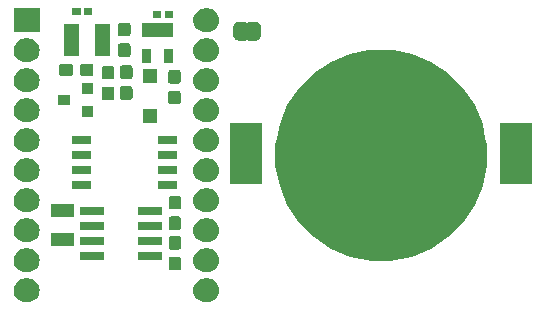
<source format=gbr>
G04 #@! TF.GenerationSoftware,KiCad,Pcbnew,(5.1.5)-3*
G04 #@! TF.CreationDate,2020-05-14T10:30:24-04:00*
G04 #@! TF.ProjectId,ble_mvp_1A-rev2,626c655f-6d76-4705-9f31-412d72657632,rev?*
G04 #@! TF.SameCoordinates,Original*
G04 #@! TF.FileFunction,Soldermask,Top*
G04 #@! TF.FilePolarity,Negative*
%FSLAX46Y46*%
G04 Gerber Fmt 4.6, Leading zero omitted, Abs format (unit mm)*
G04 Created by KiCad (PCBNEW (5.1.5)-3) date 2020-05-14 10:30:24*
%MOMM*%
%LPD*%
G04 APERTURE LIST*
%ADD10C,0.100000*%
G04 APERTURE END LIST*
D10*
G36*
X127093028Y-101007183D02*
G01*
X127281722Y-101064423D01*
X127455615Y-101157371D01*
X127608039Y-101282461D01*
X127733129Y-101434885D01*
X127826077Y-101608778D01*
X127883317Y-101797472D01*
X127902643Y-101993700D01*
X127883317Y-102189928D01*
X127826077Y-102378622D01*
X127733129Y-102552515D01*
X127608039Y-102704939D01*
X127455615Y-102830029D01*
X127281722Y-102922977D01*
X127093028Y-102980217D01*
X126945975Y-102994700D01*
X126647625Y-102994700D01*
X126500572Y-102980217D01*
X126311878Y-102922977D01*
X126137985Y-102830029D01*
X125985561Y-102704939D01*
X125860471Y-102552515D01*
X125767523Y-102378622D01*
X125710283Y-102189928D01*
X125690957Y-101993700D01*
X125710283Y-101797472D01*
X125767523Y-101608778D01*
X125860471Y-101434885D01*
X125985561Y-101282461D01*
X126137985Y-101157371D01*
X126311878Y-101064423D01*
X126500572Y-101007183D01*
X126647625Y-100992700D01*
X126945975Y-100992700D01*
X127093028Y-101007183D01*
G37*
G36*
X142303028Y-101007183D02*
G01*
X142491722Y-101064423D01*
X142665615Y-101157371D01*
X142818039Y-101282461D01*
X142943129Y-101434885D01*
X143036077Y-101608778D01*
X143093317Y-101797472D01*
X143112643Y-101993700D01*
X143093317Y-102189928D01*
X143036077Y-102378622D01*
X142943129Y-102552515D01*
X142818039Y-102704939D01*
X142665615Y-102830029D01*
X142491722Y-102922977D01*
X142303028Y-102980217D01*
X142155975Y-102994700D01*
X141857625Y-102994700D01*
X141710572Y-102980217D01*
X141521878Y-102922977D01*
X141347985Y-102830029D01*
X141195561Y-102704939D01*
X141070471Y-102552515D01*
X140977523Y-102378622D01*
X140920283Y-102189928D01*
X140900957Y-101993700D01*
X140920283Y-101797472D01*
X140977523Y-101608778D01*
X141070471Y-101434885D01*
X141195561Y-101282461D01*
X141347985Y-101157371D01*
X141521878Y-101064423D01*
X141710572Y-101007183D01*
X141857625Y-100992700D01*
X142155975Y-100992700D01*
X142303028Y-101007183D01*
G37*
G36*
X127093028Y-98467183D02*
G01*
X127183844Y-98494732D01*
X127262385Y-98518557D01*
X127281722Y-98524423D01*
X127455615Y-98617371D01*
X127608039Y-98742461D01*
X127733129Y-98894885D01*
X127826077Y-99068778D01*
X127883317Y-99257472D01*
X127902643Y-99453700D01*
X127883317Y-99649928D01*
X127826077Y-99838622D01*
X127733129Y-100012515D01*
X127608039Y-100164939D01*
X127455615Y-100290029D01*
X127281722Y-100382977D01*
X127093028Y-100440217D01*
X126945975Y-100454700D01*
X126647625Y-100454700D01*
X126500572Y-100440217D01*
X126311878Y-100382977D01*
X126137985Y-100290029D01*
X125985561Y-100164939D01*
X125860471Y-100012515D01*
X125767523Y-99838622D01*
X125710283Y-99649928D01*
X125690957Y-99453700D01*
X125710283Y-99257472D01*
X125767523Y-99068778D01*
X125860471Y-98894885D01*
X125985561Y-98742461D01*
X126137985Y-98617371D01*
X126311878Y-98524423D01*
X126331216Y-98518557D01*
X126409756Y-98494732D01*
X126500572Y-98467183D01*
X126647625Y-98452700D01*
X126945975Y-98452700D01*
X127093028Y-98467183D01*
G37*
G36*
X142303028Y-98467183D02*
G01*
X142393844Y-98494732D01*
X142472385Y-98518557D01*
X142491722Y-98524423D01*
X142665615Y-98617371D01*
X142818039Y-98742461D01*
X142943129Y-98894885D01*
X143036077Y-99068778D01*
X143093317Y-99257472D01*
X143112643Y-99453700D01*
X143093317Y-99649928D01*
X143036077Y-99838622D01*
X142943129Y-100012515D01*
X142818039Y-100164939D01*
X142665615Y-100290029D01*
X142491722Y-100382977D01*
X142303028Y-100440217D01*
X142155975Y-100454700D01*
X141857625Y-100454700D01*
X141710572Y-100440217D01*
X141521878Y-100382977D01*
X141347985Y-100290029D01*
X141195561Y-100164939D01*
X141070471Y-100012515D01*
X140977523Y-99838622D01*
X140920283Y-99649928D01*
X140900957Y-99453700D01*
X140920283Y-99257472D01*
X140977523Y-99068778D01*
X141070471Y-98894885D01*
X141195561Y-98742461D01*
X141347985Y-98617371D01*
X141521878Y-98524423D01*
X141541216Y-98518557D01*
X141619756Y-98494732D01*
X141710572Y-98467183D01*
X141857625Y-98452700D01*
X142155975Y-98452700D01*
X142303028Y-98467183D01*
G37*
G36*
X139698739Y-99165325D02*
G01*
X139736235Y-99176700D01*
X139770794Y-99195172D01*
X139801087Y-99220033D01*
X139825948Y-99250326D01*
X139844420Y-99284885D01*
X139855795Y-99322381D01*
X139860240Y-99367518D01*
X139860240Y-100106242D01*
X139855795Y-100151379D01*
X139844420Y-100188875D01*
X139825948Y-100223434D01*
X139801087Y-100253727D01*
X139770794Y-100278588D01*
X139736235Y-100297060D01*
X139698739Y-100308435D01*
X139653602Y-100312880D01*
X139014878Y-100312880D01*
X138969741Y-100308435D01*
X138932245Y-100297060D01*
X138897686Y-100278588D01*
X138867393Y-100253727D01*
X138842532Y-100223434D01*
X138824060Y-100188875D01*
X138812685Y-100151379D01*
X138808240Y-100106242D01*
X138808240Y-99367518D01*
X138812685Y-99322381D01*
X138824060Y-99284885D01*
X138842532Y-99250326D01*
X138867393Y-99220033D01*
X138897686Y-99195172D01*
X138932245Y-99176700D01*
X138969741Y-99165325D01*
X139014878Y-99160880D01*
X139653602Y-99160880D01*
X139698739Y-99165325D01*
G37*
G36*
X157900160Y-81673123D02*
G01*
X159412354Y-81973917D01*
X161039512Y-82647908D01*
X162503915Y-83626392D01*
X163749288Y-84871765D01*
X164727772Y-86336168D01*
X165401763Y-87963326D01*
X165627358Y-89097472D01*
X165742956Y-89678619D01*
X165745360Y-89690708D01*
X165745360Y-91451932D01*
X165401763Y-93179314D01*
X164727772Y-94806472D01*
X163749288Y-96270875D01*
X162503915Y-97516248D01*
X161039512Y-98494732D01*
X159412354Y-99168723D01*
X158015570Y-99446560D01*
X157684973Y-99512320D01*
X155923747Y-99512320D01*
X155593150Y-99446560D01*
X154196366Y-99168723D01*
X152569208Y-98494732D01*
X151104805Y-97516248D01*
X149859432Y-96270875D01*
X148880948Y-94806472D01*
X148206957Y-93179314D01*
X147863360Y-91451932D01*
X147863360Y-89690708D01*
X147865765Y-89678619D01*
X147981362Y-89097472D01*
X148206957Y-87963326D01*
X148880948Y-86336168D01*
X149859432Y-84871765D01*
X151104805Y-83626392D01*
X152569208Y-82647908D01*
X154196366Y-81973917D01*
X155708560Y-81673123D01*
X155923747Y-81630320D01*
X157684973Y-81630320D01*
X157900160Y-81673123D01*
G37*
G36*
X133247568Y-98747324D02*
G01*
X133268649Y-98753720D01*
X133288085Y-98764108D01*
X133305116Y-98778084D01*
X133319092Y-98795115D01*
X133329480Y-98814551D01*
X133335876Y-98835632D01*
X133338640Y-98863700D01*
X133338640Y-99327420D01*
X133335876Y-99355488D01*
X133329480Y-99376569D01*
X133319092Y-99396005D01*
X133305116Y-99413036D01*
X133288085Y-99427012D01*
X133268649Y-99437400D01*
X133247568Y-99443796D01*
X133219500Y-99446560D01*
X131405780Y-99446560D01*
X131377712Y-99443796D01*
X131356631Y-99437400D01*
X131337195Y-99427012D01*
X131320164Y-99413036D01*
X131306188Y-99396005D01*
X131295800Y-99376569D01*
X131289404Y-99355488D01*
X131286640Y-99327420D01*
X131286640Y-98863700D01*
X131289404Y-98835632D01*
X131295800Y-98814551D01*
X131306188Y-98795115D01*
X131320164Y-98778084D01*
X131337195Y-98764108D01*
X131356631Y-98753720D01*
X131377712Y-98747324D01*
X131405780Y-98744560D01*
X133219500Y-98744560D01*
X133247568Y-98747324D01*
G37*
G36*
X138197568Y-98747324D02*
G01*
X138218649Y-98753720D01*
X138238085Y-98764108D01*
X138255116Y-98778084D01*
X138269092Y-98795115D01*
X138279480Y-98814551D01*
X138285876Y-98835632D01*
X138288640Y-98863700D01*
X138288640Y-99327420D01*
X138285876Y-99355488D01*
X138279480Y-99376569D01*
X138269092Y-99396005D01*
X138255116Y-99413036D01*
X138238085Y-99427012D01*
X138218649Y-99437400D01*
X138197568Y-99443796D01*
X138169500Y-99446560D01*
X136355780Y-99446560D01*
X136327712Y-99443796D01*
X136306631Y-99437400D01*
X136287195Y-99427012D01*
X136270164Y-99413036D01*
X136256188Y-99396005D01*
X136245800Y-99376569D01*
X136239404Y-99355488D01*
X136236640Y-99327420D01*
X136236640Y-98863700D01*
X136239404Y-98835632D01*
X136245800Y-98814551D01*
X136256188Y-98795115D01*
X136270164Y-98778084D01*
X136287195Y-98764108D01*
X136306631Y-98753720D01*
X136327712Y-98747324D01*
X136355780Y-98744560D01*
X138169500Y-98744560D01*
X138197568Y-98747324D01*
G37*
G36*
X139698739Y-97415325D02*
G01*
X139736235Y-97426700D01*
X139770794Y-97445172D01*
X139801087Y-97470033D01*
X139825948Y-97500326D01*
X139844420Y-97534885D01*
X139855795Y-97572381D01*
X139860240Y-97617518D01*
X139860240Y-98356242D01*
X139855795Y-98401379D01*
X139844420Y-98438875D01*
X139825948Y-98473434D01*
X139801087Y-98503727D01*
X139770794Y-98528588D01*
X139736235Y-98547060D01*
X139698739Y-98558435D01*
X139653602Y-98562880D01*
X139014878Y-98562880D01*
X138969741Y-98558435D01*
X138932245Y-98547060D01*
X138897686Y-98528588D01*
X138867393Y-98503727D01*
X138842532Y-98473434D01*
X138824060Y-98438875D01*
X138812685Y-98401379D01*
X138808240Y-98356242D01*
X138808240Y-97617518D01*
X138812685Y-97572381D01*
X138824060Y-97534885D01*
X138842532Y-97500326D01*
X138867393Y-97470033D01*
X138897686Y-97445172D01*
X138932245Y-97426700D01*
X138969741Y-97415325D01*
X139014878Y-97410880D01*
X139653602Y-97410880D01*
X139698739Y-97415325D01*
G37*
G36*
X130775480Y-98280360D02*
G01*
X128873480Y-98280360D01*
X128873480Y-97178360D01*
X130775480Y-97178360D01*
X130775480Y-98280360D01*
G37*
G36*
X138197568Y-97477324D02*
G01*
X138218649Y-97483720D01*
X138238085Y-97494108D01*
X138255116Y-97508084D01*
X138269092Y-97525115D01*
X138279480Y-97544551D01*
X138285876Y-97565632D01*
X138288640Y-97593700D01*
X138288640Y-98057420D01*
X138285876Y-98085488D01*
X138279480Y-98106569D01*
X138269092Y-98126005D01*
X138255116Y-98143036D01*
X138238085Y-98157012D01*
X138218649Y-98167400D01*
X138197568Y-98173796D01*
X138169500Y-98176560D01*
X136355780Y-98176560D01*
X136327712Y-98173796D01*
X136306631Y-98167400D01*
X136287195Y-98157012D01*
X136270164Y-98143036D01*
X136256188Y-98126005D01*
X136245800Y-98106569D01*
X136239404Y-98085488D01*
X136236640Y-98057420D01*
X136236640Y-97593700D01*
X136239404Y-97565632D01*
X136245800Y-97544551D01*
X136256188Y-97525115D01*
X136270164Y-97508084D01*
X136287195Y-97494108D01*
X136306631Y-97483720D01*
X136327712Y-97477324D01*
X136355780Y-97474560D01*
X138169500Y-97474560D01*
X138197568Y-97477324D01*
G37*
G36*
X133247568Y-97477324D02*
G01*
X133268649Y-97483720D01*
X133288085Y-97494108D01*
X133305116Y-97508084D01*
X133319092Y-97525115D01*
X133329480Y-97544551D01*
X133335876Y-97565632D01*
X133338640Y-97593700D01*
X133338640Y-98057420D01*
X133335876Y-98085488D01*
X133329480Y-98106569D01*
X133319092Y-98126005D01*
X133305116Y-98143036D01*
X133288085Y-98157012D01*
X133268649Y-98167400D01*
X133247568Y-98173796D01*
X133219500Y-98176560D01*
X131405780Y-98176560D01*
X131377712Y-98173796D01*
X131356631Y-98167400D01*
X131337195Y-98157012D01*
X131320164Y-98143036D01*
X131306188Y-98126005D01*
X131295800Y-98106569D01*
X131289404Y-98085488D01*
X131286640Y-98057420D01*
X131286640Y-97593700D01*
X131289404Y-97565632D01*
X131295800Y-97544551D01*
X131306188Y-97525115D01*
X131320164Y-97508084D01*
X131337195Y-97494108D01*
X131356631Y-97483720D01*
X131377712Y-97477324D01*
X131405780Y-97474560D01*
X133219500Y-97474560D01*
X133247568Y-97477324D01*
G37*
G36*
X142303028Y-95927183D02*
G01*
X142491722Y-95984423D01*
X142665615Y-96077371D01*
X142818039Y-96202461D01*
X142943129Y-96354885D01*
X143036077Y-96528778D01*
X143093317Y-96717472D01*
X143112643Y-96913700D01*
X143093317Y-97109928D01*
X143036077Y-97298622D01*
X142943129Y-97472515D01*
X142818039Y-97624939D01*
X142665615Y-97750029D01*
X142491722Y-97842977D01*
X142303028Y-97900217D01*
X142155975Y-97914700D01*
X141857625Y-97914700D01*
X141710572Y-97900217D01*
X141521878Y-97842977D01*
X141347985Y-97750029D01*
X141195561Y-97624939D01*
X141070471Y-97472515D01*
X140977523Y-97298622D01*
X140920283Y-97109928D01*
X140900957Y-96913700D01*
X140920283Y-96717472D01*
X140977523Y-96528778D01*
X141070471Y-96354885D01*
X141195561Y-96202461D01*
X141347985Y-96077371D01*
X141521878Y-95984423D01*
X141710572Y-95927183D01*
X141857625Y-95912700D01*
X142155975Y-95912700D01*
X142303028Y-95927183D01*
G37*
G36*
X127093028Y-95927183D02*
G01*
X127281722Y-95984423D01*
X127455615Y-96077371D01*
X127608039Y-96202461D01*
X127733129Y-96354885D01*
X127826077Y-96528778D01*
X127883317Y-96717472D01*
X127902643Y-96913700D01*
X127883317Y-97109928D01*
X127826077Y-97298622D01*
X127733129Y-97472515D01*
X127608039Y-97624939D01*
X127455615Y-97750029D01*
X127281722Y-97842977D01*
X127093028Y-97900217D01*
X126945975Y-97914700D01*
X126647625Y-97914700D01*
X126500572Y-97900217D01*
X126311878Y-97842977D01*
X126137985Y-97750029D01*
X125985561Y-97624939D01*
X125860471Y-97472515D01*
X125767523Y-97298622D01*
X125710283Y-97109928D01*
X125690957Y-96913700D01*
X125710283Y-96717472D01*
X125767523Y-96528778D01*
X125860471Y-96354885D01*
X125985561Y-96202461D01*
X126137985Y-96077371D01*
X126311878Y-95984423D01*
X126500572Y-95927183D01*
X126647625Y-95912700D01*
X126945975Y-95912700D01*
X127093028Y-95927183D01*
G37*
G36*
X133247568Y-96207324D02*
G01*
X133268649Y-96213720D01*
X133288085Y-96224108D01*
X133305116Y-96238084D01*
X133319092Y-96255115D01*
X133329480Y-96274551D01*
X133335876Y-96295632D01*
X133338640Y-96323700D01*
X133338640Y-96787420D01*
X133335876Y-96815488D01*
X133329480Y-96836569D01*
X133319092Y-96856005D01*
X133305116Y-96873036D01*
X133288085Y-96887012D01*
X133268649Y-96897400D01*
X133247568Y-96903796D01*
X133219500Y-96906560D01*
X131405780Y-96906560D01*
X131377712Y-96903796D01*
X131356631Y-96897400D01*
X131337195Y-96887012D01*
X131320164Y-96873036D01*
X131306188Y-96856005D01*
X131295800Y-96836569D01*
X131289404Y-96815488D01*
X131286640Y-96787420D01*
X131286640Y-96323700D01*
X131289404Y-96295632D01*
X131295800Y-96274551D01*
X131306188Y-96255115D01*
X131320164Y-96238084D01*
X131337195Y-96224108D01*
X131356631Y-96213720D01*
X131377712Y-96207324D01*
X131405780Y-96204560D01*
X133219500Y-96204560D01*
X133247568Y-96207324D01*
G37*
G36*
X138197568Y-96207324D02*
G01*
X138218649Y-96213720D01*
X138238085Y-96224108D01*
X138255116Y-96238084D01*
X138269092Y-96255115D01*
X138279480Y-96274551D01*
X138285876Y-96295632D01*
X138288640Y-96323700D01*
X138288640Y-96787420D01*
X138285876Y-96815488D01*
X138279480Y-96836569D01*
X138269092Y-96856005D01*
X138255116Y-96873036D01*
X138238085Y-96887012D01*
X138218649Y-96897400D01*
X138197568Y-96903796D01*
X138169500Y-96906560D01*
X136355780Y-96906560D01*
X136327712Y-96903796D01*
X136306631Y-96897400D01*
X136287195Y-96887012D01*
X136270164Y-96873036D01*
X136256188Y-96856005D01*
X136245800Y-96836569D01*
X136239404Y-96815488D01*
X136236640Y-96787420D01*
X136236640Y-96323700D01*
X136239404Y-96295632D01*
X136245800Y-96274551D01*
X136256188Y-96255115D01*
X136270164Y-96238084D01*
X136287195Y-96224108D01*
X136306631Y-96213720D01*
X136327712Y-96207324D01*
X136355780Y-96204560D01*
X138169500Y-96204560D01*
X138197568Y-96207324D01*
G37*
G36*
X139713979Y-95756645D02*
G01*
X139751475Y-95768020D01*
X139786034Y-95786492D01*
X139816327Y-95811353D01*
X139841188Y-95841646D01*
X139859660Y-95876205D01*
X139871035Y-95913701D01*
X139875480Y-95958838D01*
X139875480Y-96697562D01*
X139871035Y-96742699D01*
X139859660Y-96780195D01*
X139841188Y-96814754D01*
X139816327Y-96845047D01*
X139786034Y-96869908D01*
X139751475Y-96888380D01*
X139713979Y-96899755D01*
X139668842Y-96904200D01*
X139030118Y-96904200D01*
X138984981Y-96899755D01*
X138947485Y-96888380D01*
X138912926Y-96869908D01*
X138882633Y-96845047D01*
X138857772Y-96814754D01*
X138839300Y-96780195D01*
X138827925Y-96742699D01*
X138823480Y-96697562D01*
X138823480Y-95958838D01*
X138827925Y-95913701D01*
X138839300Y-95876205D01*
X138857772Y-95841646D01*
X138882633Y-95811353D01*
X138912926Y-95786492D01*
X138947485Y-95768020D01*
X138984981Y-95756645D01*
X139030118Y-95752200D01*
X139668842Y-95752200D01*
X139713979Y-95756645D01*
G37*
G36*
X130775480Y-95780360D02*
G01*
X128873480Y-95780360D01*
X128873480Y-94678360D01*
X130775480Y-94678360D01*
X130775480Y-95780360D01*
G37*
G36*
X138197568Y-94937324D02*
G01*
X138218649Y-94943720D01*
X138238085Y-94954108D01*
X138255116Y-94968084D01*
X138269092Y-94985115D01*
X138279480Y-95004551D01*
X138285876Y-95025632D01*
X138288640Y-95053700D01*
X138288640Y-95517420D01*
X138285876Y-95545488D01*
X138279480Y-95566569D01*
X138269092Y-95586005D01*
X138255116Y-95603036D01*
X138238085Y-95617012D01*
X138218649Y-95627400D01*
X138197568Y-95633796D01*
X138169500Y-95636560D01*
X136355780Y-95636560D01*
X136327712Y-95633796D01*
X136306631Y-95627400D01*
X136287195Y-95617012D01*
X136270164Y-95603036D01*
X136256188Y-95586005D01*
X136245800Y-95566569D01*
X136239404Y-95545488D01*
X136236640Y-95517420D01*
X136236640Y-95053700D01*
X136239404Y-95025632D01*
X136245800Y-95004551D01*
X136256188Y-94985115D01*
X136270164Y-94968084D01*
X136287195Y-94954108D01*
X136306631Y-94943720D01*
X136327712Y-94937324D01*
X136355780Y-94934560D01*
X138169500Y-94934560D01*
X138197568Y-94937324D01*
G37*
G36*
X133247568Y-94937324D02*
G01*
X133268649Y-94943720D01*
X133288085Y-94954108D01*
X133305116Y-94968084D01*
X133319092Y-94985115D01*
X133329480Y-95004551D01*
X133335876Y-95025632D01*
X133338640Y-95053700D01*
X133338640Y-95517420D01*
X133335876Y-95545488D01*
X133329480Y-95566569D01*
X133319092Y-95586005D01*
X133305116Y-95603036D01*
X133288085Y-95617012D01*
X133268649Y-95627400D01*
X133247568Y-95633796D01*
X133219500Y-95636560D01*
X131405780Y-95636560D01*
X131377712Y-95633796D01*
X131356631Y-95627400D01*
X131337195Y-95617012D01*
X131320164Y-95603036D01*
X131306188Y-95586005D01*
X131295800Y-95566569D01*
X131289404Y-95545488D01*
X131286640Y-95517420D01*
X131286640Y-95053700D01*
X131289404Y-95025632D01*
X131295800Y-95004551D01*
X131306188Y-94985115D01*
X131320164Y-94968084D01*
X131337195Y-94954108D01*
X131356631Y-94943720D01*
X131377712Y-94937324D01*
X131405780Y-94934560D01*
X133219500Y-94934560D01*
X133247568Y-94937324D01*
G37*
G36*
X127093028Y-93387183D02*
G01*
X127281722Y-93444423D01*
X127455615Y-93537371D01*
X127608039Y-93662461D01*
X127733129Y-93814885D01*
X127826077Y-93988778D01*
X127883317Y-94177472D01*
X127902643Y-94373700D01*
X127883317Y-94569928D01*
X127826077Y-94758622D01*
X127733129Y-94932515D01*
X127608039Y-95084939D01*
X127455615Y-95210029D01*
X127281722Y-95302977D01*
X127093028Y-95360217D01*
X126945975Y-95374700D01*
X126647625Y-95374700D01*
X126500572Y-95360217D01*
X126311878Y-95302977D01*
X126137985Y-95210029D01*
X125985561Y-95084939D01*
X125860471Y-94932515D01*
X125767523Y-94758622D01*
X125710283Y-94569928D01*
X125690957Y-94373700D01*
X125710283Y-94177472D01*
X125767523Y-93988778D01*
X125860471Y-93814885D01*
X125985561Y-93662461D01*
X126137985Y-93537371D01*
X126311878Y-93444423D01*
X126500572Y-93387183D01*
X126647625Y-93372700D01*
X126945975Y-93372700D01*
X127093028Y-93387183D01*
G37*
G36*
X142303028Y-93387183D02*
G01*
X142491722Y-93444423D01*
X142665615Y-93537371D01*
X142818039Y-93662461D01*
X142943129Y-93814885D01*
X143036077Y-93988778D01*
X143093317Y-94177472D01*
X143112643Y-94373700D01*
X143093317Y-94569928D01*
X143036077Y-94758622D01*
X142943129Y-94932515D01*
X142818039Y-95084939D01*
X142665615Y-95210029D01*
X142491722Y-95302977D01*
X142303028Y-95360217D01*
X142155975Y-95374700D01*
X141857625Y-95374700D01*
X141710572Y-95360217D01*
X141521878Y-95302977D01*
X141347985Y-95210029D01*
X141195561Y-95084939D01*
X141070471Y-94932515D01*
X140977523Y-94758622D01*
X140920283Y-94569928D01*
X140900957Y-94373700D01*
X140920283Y-94177472D01*
X140977523Y-93988778D01*
X141070471Y-93814885D01*
X141195561Y-93662461D01*
X141347985Y-93537371D01*
X141521878Y-93444423D01*
X141710572Y-93387183D01*
X141857625Y-93372700D01*
X142155975Y-93372700D01*
X142303028Y-93387183D01*
G37*
G36*
X139713979Y-94006645D02*
G01*
X139751475Y-94018020D01*
X139786034Y-94036492D01*
X139816327Y-94061353D01*
X139841188Y-94091646D01*
X139859660Y-94126205D01*
X139871035Y-94163701D01*
X139875480Y-94208838D01*
X139875480Y-94947562D01*
X139871035Y-94992699D01*
X139859660Y-95030195D01*
X139841188Y-95064754D01*
X139816327Y-95095047D01*
X139786034Y-95119908D01*
X139751475Y-95138380D01*
X139713979Y-95149755D01*
X139668842Y-95154200D01*
X139030118Y-95154200D01*
X138984981Y-95149755D01*
X138947485Y-95138380D01*
X138912926Y-95119908D01*
X138882633Y-95095047D01*
X138857772Y-95064754D01*
X138839300Y-95030195D01*
X138827925Y-94992699D01*
X138823480Y-94947562D01*
X138823480Y-94208838D01*
X138827925Y-94163701D01*
X138839300Y-94126205D01*
X138857772Y-94091646D01*
X138882633Y-94061353D01*
X138912926Y-94036492D01*
X138947485Y-94018020D01*
X138984981Y-94006645D01*
X139030118Y-94002200D01*
X139668842Y-94002200D01*
X139713979Y-94006645D01*
G37*
G36*
X132255460Y-93451120D02*
G01*
X130629460Y-93451120D01*
X130629460Y-92790320D01*
X132255460Y-92790320D01*
X132255460Y-93451120D01*
G37*
G36*
X139545260Y-93451120D02*
G01*
X137919260Y-93451120D01*
X137919260Y-92790320D01*
X139545260Y-92790320D01*
X139545260Y-93451120D01*
G37*
G36*
X146695360Y-93035320D02*
G01*
X144053360Y-93035320D01*
X144053360Y-87853320D01*
X146695360Y-87853320D01*
X146695360Y-93035320D01*
G37*
G36*
X169555360Y-93035320D02*
G01*
X166913360Y-93035320D01*
X166913360Y-87853320D01*
X169555360Y-87853320D01*
X169555360Y-93035320D01*
G37*
G36*
X142303028Y-90847183D02*
G01*
X142491722Y-90904423D01*
X142665615Y-90997371D01*
X142818039Y-91122461D01*
X142943129Y-91274885D01*
X143036077Y-91448778D01*
X143093317Y-91637472D01*
X143112643Y-91833700D01*
X143093317Y-92029928D01*
X143036077Y-92218622D01*
X142943129Y-92392515D01*
X142818039Y-92544939D01*
X142665615Y-92670029D01*
X142491722Y-92762977D01*
X142303028Y-92820217D01*
X142155975Y-92834700D01*
X141857625Y-92834700D01*
X141710572Y-92820217D01*
X141521878Y-92762977D01*
X141347985Y-92670029D01*
X141195561Y-92544939D01*
X141070471Y-92392515D01*
X140977523Y-92218622D01*
X140920283Y-92029928D01*
X140900957Y-91833700D01*
X140920283Y-91637472D01*
X140977523Y-91448778D01*
X141070471Y-91274885D01*
X141195561Y-91122461D01*
X141347985Y-90997371D01*
X141521878Y-90904423D01*
X141710572Y-90847183D01*
X141857625Y-90832700D01*
X142155975Y-90832700D01*
X142303028Y-90847183D01*
G37*
G36*
X127093028Y-90847183D02*
G01*
X127281722Y-90904423D01*
X127455615Y-90997371D01*
X127608039Y-91122461D01*
X127733129Y-91274885D01*
X127826077Y-91448778D01*
X127883317Y-91637472D01*
X127902643Y-91833700D01*
X127883317Y-92029928D01*
X127826077Y-92218622D01*
X127733129Y-92392515D01*
X127608039Y-92544939D01*
X127455615Y-92670029D01*
X127281722Y-92762977D01*
X127093028Y-92820217D01*
X126945975Y-92834700D01*
X126647625Y-92834700D01*
X126500572Y-92820217D01*
X126311878Y-92762977D01*
X126137985Y-92670029D01*
X125985561Y-92544939D01*
X125860471Y-92392515D01*
X125767523Y-92218622D01*
X125710283Y-92029928D01*
X125690957Y-91833700D01*
X125710283Y-91637472D01*
X125767523Y-91448778D01*
X125860471Y-91274885D01*
X125985561Y-91122461D01*
X126137985Y-90997371D01*
X126311878Y-90904423D01*
X126500572Y-90847183D01*
X126647625Y-90832700D01*
X126945975Y-90832700D01*
X127093028Y-90847183D01*
G37*
G36*
X132255460Y-92181120D02*
G01*
X130629460Y-92181120D01*
X130629460Y-91520320D01*
X132255460Y-91520320D01*
X132255460Y-92181120D01*
G37*
G36*
X139545260Y-92181120D02*
G01*
X137919260Y-92181120D01*
X137919260Y-91520320D01*
X139545260Y-91520320D01*
X139545260Y-92181120D01*
G37*
G36*
X132255460Y-90911120D02*
G01*
X130629460Y-90911120D01*
X130629460Y-90250320D01*
X132255460Y-90250320D01*
X132255460Y-90911120D01*
G37*
G36*
X139545260Y-90911120D02*
G01*
X137919260Y-90911120D01*
X137919260Y-90250320D01*
X139545260Y-90250320D01*
X139545260Y-90911120D01*
G37*
G36*
X142303028Y-88307183D02*
G01*
X142491722Y-88364423D01*
X142665615Y-88457371D01*
X142818039Y-88582461D01*
X142943129Y-88734885D01*
X143036077Y-88908778D01*
X143093317Y-89097472D01*
X143112643Y-89293700D01*
X143093317Y-89489928D01*
X143036077Y-89678622D01*
X142943129Y-89852515D01*
X142818039Y-90004939D01*
X142665615Y-90130029D01*
X142491722Y-90222977D01*
X142303028Y-90280217D01*
X142155975Y-90294700D01*
X141857625Y-90294700D01*
X141710572Y-90280217D01*
X141521878Y-90222977D01*
X141347985Y-90130029D01*
X141195561Y-90004939D01*
X141070471Y-89852515D01*
X140977523Y-89678622D01*
X140920283Y-89489928D01*
X140900957Y-89293700D01*
X140920283Y-89097472D01*
X140977523Y-88908778D01*
X141070471Y-88734885D01*
X141195561Y-88582461D01*
X141347985Y-88457371D01*
X141521878Y-88364423D01*
X141710572Y-88307183D01*
X141857625Y-88292700D01*
X142155975Y-88292700D01*
X142303028Y-88307183D01*
G37*
G36*
X127093028Y-88307183D02*
G01*
X127281722Y-88364423D01*
X127455615Y-88457371D01*
X127608039Y-88582461D01*
X127733129Y-88734885D01*
X127826077Y-88908778D01*
X127883317Y-89097472D01*
X127902643Y-89293700D01*
X127883317Y-89489928D01*
X127826077Y-89678622D01*
X127733129Y-89852515D01*
X127608039Y-90004939D01*
X127455615Y-90130029D01*
X127281722Y-90222977D01*
X127093028Y-90280217D01*
X126945975Y-90294700D01*
X126647625Y-90294700D01*
X126500572Y-90280217D01*
X126311878Y-90222977D01*
X126137985Y-90130029D01*
X125985561Y-90004939D01*
X125860471Y-89852515D01*
X125767523Y-89678622D01*
X125710283Y-89489928D01*
X125690957Y-89293700D01*
X125710283Y-89097472D01*
X125767523Y-88908778D01*
X125860471Y-88734885D01*
X125985561Y-88582461D01*
X126137985Y-88457371D01*
X126311878Y-88364423D01*
X126500572Y-88307183D01*
X126647625Y-88292700D01*
X126945975Y-88292700D01*
X127093028Y-88307183D01*
G37*
G36*
X139545260Y-89641120D02*
G01*
X137919260Y-89641120D01*
X137919260Y-88980320D01*
X139545260Y-88980320D01*
X139545260Y-89641120D01*
G37*
G36*
X132255460Y-89641120D02*
G01*
X130629460Y-89641120D01*
X130629460Y-88980320D01*
X132255460Y-88980320D01*
X132255460Y-89641120D01*
G37*
G36*
X137862600Y-87837760D02*
G01*
X136660600Y-87837760D01*
X136660600Y-86635760D01*
X137862600Y-86635760D01*
X137862600Y-87837760D01*
G37*
G36*
X142303028Y-85767183D02*
G01*
X142370231Y-85787569D01*
X142487457Y-85823129D01*
X142491722Y-85824423D01*
X142665615Y-85917371D01*
X142818039Y-86042461D01*
X142943129Y-86194885D01*
X143036077Y-86368778D01*
X143093317Y-86557472D01*
X143112643Y-86753700D01*
X143093317Y-86949928D01*
X143036077Y-87138622D01*
X142943129Y-87312515D01*
X142818039Y-87464939D01*
X142665615Y-87590029D01*
X142491722Y-87682977D01*
X142303028Y-87740217D01*
X142155975Y-87754700D01*
X141857625Y-87754700D01*
X141710572Y-87740217D01*
X141521878Y-87682977D01*
X141347985Y-87590029D01*
X141195561Y-87464939D01*
X141070471Y-87312515D01*
X140977523Y-87138622D01*
X140920283Y-86949928D01*
X140900957Y-86753700D01*
X140920283Y-86557472D01*
X140977523Y-86368778D01*
X141070471Y-86194885D01*
X141195561Y-86042461D01*
X141347985Y-85917371D01*
X141521878Y-85824423D01*
X141526144Y-85823129D01*
X141643369Y-85787569D01*
X141710572Y-85767183D01*
X141857625Y-85752700D01*
X142155975Y-85752700D01*
X142303028Y-85767183D01*
G37*
G36*
X127093028Y-85767183D02*
G01*
X127160231Y-85787569D01*
X127277457Y-85823129D01*
X127281722Y-85824423D01*
X127455615Y-85917371D01*
X127608039Y-86042461D01*
X127733129Y-86194885D01*
X127826077Y-86368778D01*
X127883317Y-86557472D01*
X127902643Y-86753700D01*
X127883317Y-86949928D01*
X127826077Y-87138622D01*
X127733129Y-87312515D01*
X127608039Y-87464939D01*
X127455615Y-87590029D01*
X127281722Y-87682977D01*
X127093028Y-87740217D01*
X126945975Y-87754700D01*
X126647625Y-87754700D01*
X126500572Y-87740217D01*
X126311878Y-87682977D01*
X126137985Y-87590029D01*
X125985561Y-87464939D01*
X125860471Y-87312515D01*
X125767523Y-87138622D01*
X125710283Y-86949928D01*
X125690957Y-86753700D01*
X125710283Y-86557472D01*
X125767523Y-86368778D01*
X125860471Y-86194885D01*
X125985561Y-86042461D01*
X126137985Y-85917371D01*
X126311878Y-85824423D01*
X126316144Y-85823129D01*
X126433369Y-85787569D01*
X126500572Y-85767183D01*
X126647625Y-85752700D01*
X126945975Y-85752700D01*
X127093028Y-85767183D01*
G37*
G36*
X132450700Y-87287800D02*
G01*
X131448700Y-87287800D01*
X131448700Y-86385800D01*
X132450700Y-86385800D01*
X132450700Y-87287800D01*
G37*
G36*
X130450700Y-86337800D02*
G01*
X129448700Y-86337800D01*
X129448700Y-85435800D01*
X130450700Y-85435800D01*
X130450700Y-86337800D01*
G37*
G36*
X139670799Y-85110745D02*
G01*
X139708295Y-85122120D01*
X139742854Y-85140592D01*
X139773147Y-85165453D01*
X139798008Y-85195746D01*
X139816480Y-85230305D01*
X139827855Y-85267801D01*
X139832300Y-85312938D01*
X139832300Y-86051662D01*
X139827855Y-86096799D01*
X139816480Y-86134295D01*
X139798008Y-86168854D01*
X139773147Y-86199147D01*
X139742854Y-86224008D01*
X139708295Y-86242480D01*
X139670799Y-86253855D01*
X139625662Y-86258300D01*
X138986938Y-86258300D01*
X138941801Y-86253855D01*
X138904305Y-86242480D01*
X138869746Y-86224008D01*
X138839453Y-86199147D01*
X138814592Y-86168854D01*
X138796120Y-86134295D01*
X138784745Y-86096799D01*
X138780300Y-86051662D01*
X138780300Y-85312938D01*
X138784745Y-85267801D01*
X138796120Y-85230305D01*
X138814592Y-85195746D01*
X138839453Y-85165453D01*
X138869746Y-85140592D01*
X138904305Y-85122120D01*
X138941801Y-85110745D01*
X138986938Y-85106300D01*
X139625662Y-85106300D01*
X139670799Y-85110745D01*
G37*
G36*
X134049779Y-84752605D02*
G01*
X134087275Y-84763980D01*
X134121834Y-84782452D01*
X134152127Y-84807313D01*
X134176988Y-84837606D01*
X134195460Y-84872165D01*
X134206835Y-84909661D01*
X134211280Y-84954798D01*
X134211280Y-85693522D01*
X134206835Y-85738659D01*
X134195460Y-85776155D01*
X134176988Y-85810714D01*
X134152127Y-85841007D01*
X134121834Y-85865868D01*
X134087275Y-85884340D01*
X134049779Y-85895715D01*
X134004642Y-85900160D01*
X133365918Y-85900160D01*
X133320781Y-85895715D01*
X133283285Y-85884340D01*
X133248726Y-85865868D01*
X133218433Y-85841007D01*
X133193572Y-85810714D01*
X133175100Y-85776155D01*
X133163725Y-85738659D01*
X133159280Y-85693522D01*
X133159280Y-84954798D01*
X133163725Y-84909661D01*
X133175100Y-84872165D01*
X133193572Y-84837606D01*
X133218433Y-84807313D01*
X133248726Y-84782452D01*
X133283285Y-84763980D01*
X133320781Y-84752605D01*
X133365918Y-84748160D01*
X134004642Y-84748160D01*
X134049779Y-84752605D01*
G37*
G36*
X135599179Y-84717045D02*
G01*
X135636675Y-84728420D01*
X135671234Y-84746892D01*
X135701527Y-84771753D01*
X135726388Y-84802046D01*
X135744860Y-84836605D01*
X135756235Y-84874101D01*
X135760680Y-84919238D01*
X135760680Y-85657962D01*
X135756235Y-85703099D01*
X135744860Y-85740595D01*
X135726388Y-85775154D01*
X135701527Y-85805447D01*
X135671234Y-85830308D01*
X135636675Y-85848780D01*
X135599179Y-85860155D01*
X135554042Y-85864600D01*
X134915318Y-85864600D01*
X134870181Y-85860155D01*
X134832685Y-85848780D01*
X134798126Y-85830308D01*
X134767833Y-85805447D01*
X134742972Y-85775154D01*
X134724500Y-85740595D01*
X134713125Y-85703099D01*
X134708680Y-85657962D01*
X134708680Y-84919238D01*
X134713125Y-84874101D01*
X134724500Y-84836605D01*
X134742972Y-84802046D01*
X134767833Y-84771753D01*
X134798126Y-84746892D01*
X134832685Y-84728420D01*
X134870181Y-84717045D01*
X134915318Y-84712600D01*
X135554042Y-84712600D01*
X135599179Y-84717045D01*
G37*
G36*
X132450700Y-85387800D02*
G01*
X131448700Y-85387800D01*
X131448700Y-84485800D01*
X132450700Y-84485800D01*
X132450700Y-85387800D01*
G37*
G36*
X127093028Y-83227183D02*
G01*
X127281722Y-83284423D01*
X127455615Y-83377371D01*
X127608039Y-83502461D01*
X127733129Y-83654885D01*
X127826077Y-83828778D01*
X127826078Y-83828781D01*
X127830780Y-83844280D01*
X127883317Y-84017472D01*
X127902643Y-84213700D01*
X127883317Y-84409928D01*
X127826077Y-84598622D01*
X127733129Y-84772515D01*
X127608039Y-84924939D01*
X127455615Y-85050029D01*
X127281722Y-85142977D01*
X127093028Y-85200217D01*
X126945975Y-85214700D01*
X126647625Y-85214700D01*
X126500572Y-85200217D01*
X126311878Y-85142977D01*
X126137985Y-85050029D01*
X125985561Y-84924939D01*
X125860471Y-84772515D01*
X125767523Y-84598622D01*
X125710283Y-84409928D01*
X125690957Y-84213700D01*
X125710283Y-84017472D01*
X125762820Y-83844280D01*
X125767522Y-83828781D01*
X125767523Y-83828778D01*
X125860471Y-83654885D01*
X125985561Y-83502461D01*
X126137985Y-83377371D01*
X126311878Y-83284423D01*
X126500572Y-83227183D01*
X126647625Y-83212700D01*
X126945975Y-83212700D01*
X127093028Y-83227183D01*
G37*
G36*
X142303028Y-83227183D02*
G01*
X142491722Y-83284423D01*
X142665615Y-83377371D01*
X142818039Y-83502461D01*
X142943129Y-83654885D01*
X143036077Y-83828778D01*
X143036078Y-83828781D01*
X143040780Y-83844280D01*
X143093317Y-84017472D01*
X143112643Y-84213700D01*
X143093317Y-84409928D01*
X143036077Y-84598622D01*
X142943129Y-84772515D01*
X142818039Y-84924939D01*
X142665615Y-85050029D01*
X142491722Y-85142977D01*
X142303028Y-85200217D01*
X142155975Y-85214700D01*
X141857625Y-85214700D01*
X141710572Y-85200217D01*
X141521878Y-85142977D01*
X141347985Y-85050029D01*
X141195561Y-84924939D01*
X141070471Y-84772515D01*
X140977523Y-84598622D01*
X140920283Y-84409928D01*
X140900957Y-84213700D01*
X140920283Y-84017472D01*
X140972820Y-83844280D01*
X140977522Y-83828781D01*
X140977523Y-83828778D01*
X141070471Y-83654885D01*
X141195561Y-83502461D01*
X141347985Y-83377371D01*
X141521878Y-83284423D01*
X141710572Y-83227183D01*
X141857625Y-83212700D01*
X142155975Y-83212700D01*
X142303028Y-83227183D01*
G37*
G36*
X139670799Y-83360745D02*
G01*
X139708295Y-83372120D01*
X139742854Y-83390592D01*
X139773147Y-83415453D01*
X139798008Y-83445746D01*
X139816480Y-83480305D01*
X139827855Y-83517801D01*
X139832300Y-83562938D01*
X139832300Y-84301662D01*
X139827855Y-84346799D01*
X139816480Y-84384295D01*
X139798008Y-84418854D01*
X139773147Y-84449147D01*
X139742854Y-84474008D01*
X139708295Y-84492480D01*
X139670799Y-84503855D01*
X139625662Y-84508300D01*
X138986938Y-84508300D01*
X138941801Y-84503855D01*
X138904305Y-84492480D01*
X138869746Y-84474008D01*
X138839453Y-84449147D01*
X138814592Y-84418854D01*
X138796120Y-84384295D01*
X138784745Y-84346799D01*
X138780300Y-84301662D01*
X138780300Y-83562938D01*
X138784745Y-83517801D01*
X138796120Y-83480305D01*
X138814592Y-83445746D01*
X138839453Y-83415453D01*
X138869746Y-83390592D01*
X138904305Y-83372120D01*
X138941801Y-83360745D01*
X138986938Y-83356300D01*
X139625662Y-83356300D01*
X139670799Y-83360745D01*
G37*
G36*
X137862600Y-84487760D02*
G01*
X136660600Y-84487760D01*
X136660600Y-83285760D01*
X137862600Y-83285760D01*
X137862600Y-84487760D01*
G37*
G36*
X134049779Y-83002605D02*
G01*
X134087275Y-83013980D01*
X134121834Y-83032452D01*
X134152127Y-83057313D01*
X134176988Y-83087606D01*
X134195460Y-83122165D01*
X134206835Y-83159661D01*
X134211280Y-83204798D01*
X134211280Y-83943522D01*
X134206835Y-83988659D01*
X134195460Y-84026155D01*
X134176988Y-84060714D01*
X134152127Y-84091007D01*
X134121834Y-84115868D01*
X134087275Y-84134340D01*
X134049779Y-84145715D01*
X134004642Y-84150160D01*
X133365918Y-84150160D01*
X133320781Y-84145715D01*
X133283285Y-84134340D01*
X133248726Y-84115868D01*
X133218433Y-84091007D01*
X133193572Y-84060714D01*
X133175100Y-84026155D01*
X133163725Y-83988659D01*
X133159280Y-83943522D01*
X133159280Y-83204798D01*
X133163725Y-83159661D01*
X133175100Y-83122165D01*
X133193572Y-83087606D01*
X133218433Y-83057313D01*
X133248726Y-83032452D01*
X133283285Y-83013980D01*
X133320781Y-83002605D01*
X133365918Y-82998160D01*
X134004642Y-82998160D01*
X134049779Y-83002605D01*
G37*
G36*
X135599179Y-82967045D02*
G01*
X135636675Y-82978420D01*
X135671234Y-82996892D01*
X135701527Y-83021753D01*
X135726388Y-83052046D01*
X135744860Y-83086605D01*
X135756235Y-83124101D01*
X135760680Y-83169238D01*
X135760680Y-83907962D01*
X135756235Y-83953099D01*
X135744860Y-83990595D01*
X135726388Y-84025154D01*
X135701527Y-84055447D01*
X135671234Y-84080308D01*
X135636675Y-84098780D01*
X135599179Y-84110155D01*
X135554042Y-84114600D01*
X134915318Y-84114600D01*
X134870181Y-84110155D01*
X134832685Y-84098780D01*
X134798126Y-84080308D01*
X134767833Y-84055447D01*
X134742972Y-84025154D01*
X134724500Y-83990595D01*
X134713125Y-83953099D01*
X134708680Y-83907962D01*
X134708680Y-83169238D01*
X134713125Y-83124101D01*
X134724500Y-83086605D01*
X134742972Y-83052046D01*
X134767833Y-83021753D01*
X134798126Y-82996892D01*
X134832685Y-82978420D01*
X134870181Y-82967045D01*
X134915318Y-82962600D01*
X135554042Y-82962600D01*
X135599179Y-82967045D01*
G37*
G36*
X132289999Y-82812545D02*
G01*
X132327495Y-82823920D01*
X132362054Y-82842392D01*
X132392347Y-82867253D01*
X132417208Y-82897546D01*
X132435680Y-82932105D01*
X132447055Y-82969601D01*
X132451500Y-83014738D01*
X132451500Y-83653462D01*
X132447055Y-83698599D01*
X132435680Y-83736095D01*
X132417208Y-83770654D01*
X132392347Y-83800947D01*
X132362054Y-83825808D01*
X132327495Y-83844280D01*
X132289999Y-83855655D01*
X132244862Y-83860100D01*
X131506138Y-83860100D01*
X131461001Y-83855655D01*
X131423505Y-83844280D01*
X131388946Y-83825808D01*
X131358653Y-83800947D01*
X131333792Y-83770654D01*
X131315320Y-83736095D01*
X131303945Y-83698599D01*
X131299500Y-83653462D01*
X131299500Y-83014738D01*
X131303945Y-82969601D01*
X131315320Y-82932105D01*
X131333792Y-82897546D01*
X131358653Y-82867253D01*
X131388946Y-82842392D01*
X131423505Y-82823920D01*
X131461001Y-82812545D01*
X131506138Y-82808100D01*
X132244862Y-82808100D01*
X132289999Y-82812545D01*
G37*
G36*
X130539999Y-82812545D02*
G01*
X130577495Y-82823920D01*
X130612054Y-82842392D01*
X130642347Y-82867253D01*
X130667208Y-82897546D01*
X130685680Y-82932105D01*
X130697055Y-82969601D01*
X130701500Y-83014738D01*
X130701500Y-83653462D01*
X130697055Y-83698599D01*
X130685680Y-83736095D01*
X130667208Y-83770654D01*
X130642347Y-83800947D01*
X130612054Y-83825808D01*
X130577495Y-83844280D01*
X130539999Y-83855655D01*
X130494862Y-83860100D01*
X129756138Y-83860100D01*
X129711001Y-83855655D01*
X129673505Y-83844280D01*
X129638946Y-83825808D01*
X129608653Y-83800947D01*
X129583792Y-83770654D01*
X129565320Y-83736095D01*
X129553945Y-83698599D01*
X129549500Y-83653462D01*
X129549500Y-83014738D01*
X129553945Y-82969601D01*
X129565320Y-82932105D01*
X129583792Y-82897546D01*
X129608653Y-82867253D01*
X129638946Y-82842392D01*
X129673505Y-82823920D01*
X129711001Y-82812545D01*
X129756138Y-82808100D01*
X130494862Y-82808100D01*
X130539999Y-82812545D01*
G37*
G36*
X137307360Y-82716200D02*
G01*
X136555360Y-82716200D01*
X136555360Y-81554200D01*
X137307360Y-81554200D01*
X137307360Y-82716200D01*
G37*
G36*
X139207360Y-82716200D02*
G01*
X138455360Y-82716200D01*
X138455360Y-81554200D01*
X139207360Y-81554200D01*
X139207360Y-82716200D01*
G37*
G36*
X127093028Y-80687183D02*
G01*
X127281722Y-80744423D01*
X127455615Y-80837371D01*
X127608039Y-80962461D01*
X127733129Y-81114885D01*
X127826077Y-81288778D01*
X127883317Y-81477472D01*
X127902643Y-81673700D01*
X127883317Y-81869928D01*
X127826077Y-82058622D01*
X127733129Y-82232515D01*
X127608039Y-82384939D01*
X127455615Y-82510029D01*
X127281722Y-82602977D01*
X127093028Y-82660217D01*
X126945975Y-82674700D01*
X126647625Y-82674700D01*
X126500572Y-82660217D01*
X126311878Y-82602977D01*
X126137985Y-82510029D01*
X125985561Y-82384939D01*
X125860471Y-82232515D01*
X125767523Y-82058622D01*
X125710283Y-81869928D01*
X125690957Y-81673700D01*
X125710283Y-81477472D01*
X125767523Y-81288778D01*
X125860471Y-81114885D01*
X125985561Y-80962461D01*
X126137985Y-80837371D01*
X126311878Y-80744423D01*
X126500572Y-80687183D01*
X126647625Y-80672700D01*
X126945975Y-80672700D01*
X127093028Y-80687183D01*
G37*
G36*
X142303028Y-80687183D02*
G01*
X142491722Y-80744423D01*
X142665615Y-80837371D01*
X142818039Y-80962461D01*
X142943129Y-81114885D01*
X143036077Y-81288778D01*
X143093317Y-81477472D01*
X143112643Y-81673700D01*
X143093317Y-81869928D01*
X143036077Y-82058622D01*
X142943129Y-82232515D01*
X142818039Y-82384939D01*
X142665615Y-82510029D01*
X142491722Y-82602977D01*
X142303028Y-82660217D01*
X142155975Y-82674700D01*
X141857625Y-82674700D01*
X141710572Y-82660217D01*
X141521878Y-82602977D01*
X141347985Y-82510029D01*
X141195561Y-82384939D01*
X141070471Y-82232515D01*
X140977523Y-82058622D01*
X140920283Y-81869928D01*
X140900957Y-81673700D01*
X140920283Y-81477472D01*
X140977523Y-81288778D01*
X141070471Y-81114885D01*
X141195561Y-80962461D01*
X141347985Y-80837371D01*
X141521878Y-80744423D01*
X141710572Y-80687183D01*
X141857625Y-80672700D01*
X142155975Y-80672700D01*
X142303028Y-80687183D01*
G37*
G36*
X135428999Y-81097545D02*
G01*
X135466495Y-81108920D01*
X135501054Y-81127392D01*
X135531347Y-81152253D01*
X135556208Y-81182546D01*
X135574680Y-81217105D01*
X135586055Y-81254601D01*
X135590500Y-81299738D01*
X135590500Y-82038462D01*
X135586055Y-82083599D01*
X135574680Y-82121095D01*
X135556208Y-82155654D01*
X135531347Y-82185947D01*
X135501054Y-82210808D01*
X135466495Y-82229280D01*
X135428999Y-82240655D01*
X135383862Y-82245100D01*
X134745138Y-82245100D01*
X134700001Y-82240655D01*
X134662505Y-82229280D01*
X134627946Y-82210808D01*
X134597653Y-82185947D01*
X134572792Y-82155654D01*
X134554320Y-82121095D01*
X134542945Y-82083599D01*
X134538500Y-82038462D01*
X134538500Y-81299738D01*
X134542945Y-81254601D01*
X134554320Y-81217105D01*
X134572792Y-81182546D01*
X134597653Y-81152253D01*
X134627946Y-81127392D01*
X134662505Y-81108920D01*
X134700001Y-81097545D01*
X134745138Y-81093100D01*
X135383862Y-81093100D01*
X135428999Y-81097545D01*
G37*
G36*
X133885900Y-82132800D02*
G01*
X132563900Y-82132800D01*
X132563900Y-79480800D01*
X133885900Y-79480800D01*
X133885900Y-82132800D01*
G37*
G36*
X131265900Y-82132800D02*
G01*
X129943900Y-82132800D01*
X129943900Y-79480800D01*
X131265900Y-79480800D01*
X131265900Y-82132800D01*
G37*
G36*
X145325799Y-79265617D02*
G01*
X145335408Y-79268532D01*
X145344272Y-79273270D01*
X145352037Y-79279643D01*
X145362248Y-79292086D01*
X145369178Y-79302455D01*
X145386505Y-79319782D01*
X145406880Y-79333395D01*
X145429520Y-79342771D01*
X145453553Y-79347551D01*
X145478057Y-79347550D01*
X145502090Y-79342768D01*
X145524729Y-79333390D01*
X145545102Y-79319775D01*
X145562429Y-79302448D01*
X145569358Y-79292078D01*
X145579563Y-79279643D01*
X145587328Y-79273270D01*
X145596192Y-79268532D01*
X145605801Y-79265617D01*
X145621940Y-79264028D01*
X146109661Y-79264028D01*
X146127999Y-79265834D01*
X146140250Y-79266436D01*
X146158669Y-79266436D01*
X146180949Y-79268630D01*
X146265033Y-79285356D01*
X146286460Y-79291856D01*
X146365658Y-79324660D01*
X146371103Y-79327571D01*
X146371109Y-79327573D01*
X146379969Y-79332309D01*
X146379973Y-79332312D01*
X146385414Y-79335220D01*
X146456699Y-79382851D01*
X146474004Y-79397052D01*
X146534628Y-79457676D01*
X146548829Y-79474981D01*
X146596460Y-79546266D01*
X146599368Y-79551707D01*
X146599371Y-79551711D01*
X146604107Y-79560571D01*
X146604109Y-79560577D01*
X146607020Y-79566022D01*
X146639824Y-79645220D01*
X146646324Y-79666647D01*
X146663050Y-79750731D01*
X146665244Y-79773011D01*
X146665244Y-79791430D01*
X146665846Y-79803681D01*
X146667652Y-79822019D01*
X146667652Y-80309742D01*
X146665846Y-80328079D01*
X146665244Y-80340330D01*
X146665244Y-80358749D01*
X146663050Y-80381029D01*
X146646324Y-80465113D01*
X146639824Y-80486540D01*
X146607020Y-80565738D01*
X146604109Y-80571183D01*
X146604107Y-80571189D01*
X146599371Y-80580049D01*
X146599368Y-80580053D01*
X146596460Y-80585494D01*
X146548829Y-80656779D01*
X146534628Y-80674084D01*
X146474004Y-80734708D01*
X146456699Y-80748909D01*
X146385414Y-80796540D01*
X146379973Y-80799448D01*
X146379969Y-80799451D01*
X146371109Y-80804187D01*
X146371103Y-80804189D01*
X146365658Y-80807100D01*
X146286460Y-80839904D01*
X146265033Y-80846404D01*
X146180949Y-80863130D01*
X146158669Y-80865324D01*
X146140250Y-80865324D01*
X146127999Y-80865926D01*
X146109662Y-80867732D01*
X145621940Y-80867732D01*
X145605801Y-80866143D01*
X145596192Y-80863228D01*
X145587328Y-80858490D01*
X145579563Y-80852117D01*
X145569352Y-80839674D01*
X145562422Y-80829305D01*
X145545095Y-80811978D01*
X145524720Y-80798365D01*
X145502080Y-80788989D01*
X145478047Y-80784209D01*
X145453543Y-80784210D01*
X145429510Y-80788992D01*
X145406871Y-80798370D01*
X145386498Y-80811985D01*
X145369171Y-80829312D01*
X145362242Y-80839682D01*
X145352037Y-80852117D01*
X145344272Y-80858490D01*
X145335408Y-80863228D01*
X145325799Y-80866143D01*
X145309660Y-80867732D01*
X144821938Y-80867732D01*
X144803601Y-80865926D01*
X144791350Y-80865324D01*
X144772931Y-80865324D01*
X144750651Y-80863130D01*
X144666567Y-80846404D01*
X144645140Y-80839904D01*
X144565942Y-80807100D01*
X144560497Y-80804189D01*
X144560491Y-80804187D01*
X144551631Y-80799451D01*
X144551627Y-80799448D01*
X144546186Y-80796540D01*
X144474901Y-80748909D01*
X144457596Y-80734708D01*
X144396972Y-80674084D01*
X144382771Y-80656779D01*
X144335140Y-80585494D01*
X144332232Y-80580053D01*
X144332229Y-80580049D01*
X144327493Y-80571189D01*
X144327491Y-80571183D01*
X144324580Y-80565738D01*
X144291776Y-80486540D01*
X144285276Y-80465113D01*
X144268550Y-80381029D01*
X144266356Y-80358749D01*
X144266356Y-80340330D01*
X144265754Y-80328079D01*
X144263948Y-80309742D01*
X144263948Y-79822019D01*
X144265754Y-79803681D01*
X144266356Y-79791430D01*
X144266356Y-79773011D01*
X144268550Y-79750731D01*
X144285276Y-79666647D01*
X144291776Y-79645220D01*
X144324580Y-79566022D01*
X144327491Y-79560577D01*
X144327493Y-79560571D01*
X144332229Y-79551711D01*
X144332232Y-79551707D01*
X144335140Y-79546266D01*
X144382771Y-79474981D01*
X144396972Y-79457676D01*
X144457596Y-79397052D01*
X144474901Y-79382851D01*
X144546186Y-79335220D01*
X144551627Y-79332312D01*
X144551631Y-79332309D01*
X144560491Y-79327573D01*
X144560497Y-79327571D01*
X144565942Y-79324660D01*
X144645140Y-79291856D01*
X144666567Y-79285356D01*
X144750651Y-79268630D01*
X144772931Y-79266436D01*
X144791350Y-79266436D01*
X144803601Y-79265834D01*
X144821939Y-79264028D01*
X145309660Y-79264028D01*
X145325799Y-79265617D01*
G37*
G36*
X139207360Y-80516200D02*
G01*
X136555360Y-80516200D01*
X136555360Y-79354200D01*
X139207360Y-79354200D01*
X139207360Y-80516200D01*
G37*
G36*
X135428999Y-79347545D02*
G01*
X135466495Y-79358920D01*
X135501054Y-79377392D01*
X135531347Y-79402253D01*
X135556208Y-79432546D01*
X135574680Y-79467105D01*
X135586055Y-79504601D01*
X135590500Y-79549738D01*
X135590500Y-80288462D01*
X135586055Y-80333599D01*
X135574680Y-80371095D01*
X135556208Y-80405654D01*
X135531347Y-80435947D01*
X135501054Y-80460808D01*
X135466495Y-80479280D01*
X135428999Y-80490655D01*
X135383862Y-80495100D01*
X134745138Y-80495100D01*
X134700001Y-80490655D01*
X134662505Y-80479280D01*
X134627946Y-80460808D01*
X134597653Y-80435947D01*
X134572792Y-80405654D01*
X134554320Y-80371095D01*
X134542945Y-80333599D01*
X134538500Y-80288462D01*
X134538500Y-79549738D01*
X134542945Y-79504601D01*
X134554320Y-79467105D01*
X134572792Y-79432546D01*
X134597653Y-79402253D01*
X134627946Y-79377392D01*
X134662505Y-79358920D01*
X134700001Y-79347545D01*
X134745138Y-79343100D01*
X135383862Y-79343100D01*
X135428999Y-79347545D01*
G37*
G36*
X127897800Y-80134700D02*
G01*
X125695800Y-80134700D01*
X125695800Y-78132700D01*
X127897800Y-78132700D01*
X127897800Y-80134700D01*
G37*
G36*
X142303028Y-78147183D02*
G01*
X142491722Y-78204423D01*
X142665615Y-78297371D01*
X142818039Y-78422461D01*
X142943129Y-78574885D01*
X143036077Y-78748778D01*
X143093317Y-78937472D01*
X143112643Y-79133700D01*
X143093317Y-79329928D01*
X143075876Y-79387423D01*
X143040072Y-79505454D01*
X143036077Y-79518622D01*
X142943129Y-79692515D01*
X142818039Y-79844939D01*
X142665615Y-79970029D01*
X142491722Y-80062977D01*
X142303028Y-80120217D01*
X142155975Y-80134700D01*
X141857625Y-80134700D01*
X141710572Y-80120217D01*
X141521878Y-80062977D01*
X141347985Y-79970029D01*
X141195561Y-79844939D01*
X141070471Y-79692515D01*
X140977523Y-79518622D01*
X140973529Y-79505454D01*
X140937724Y-79387423D01*
X140920283Y-79329928D01*
X140900957Y-79133700D01*
X140920283Y-78937472D01*
X140977523Y-78748778D01*
X141070471Y-78574885D01*
X141195561Y-78422461D01*
X141347985Y-78297371D01*
X141521878Y-78204423D01*
X141710572Y-78147183D01*
X141857625Y-78132700D01*
X142155975Y-78132700D01*
X142303028Y-78147183D01*
G37*
G36*
X139179398Y-78934319D02*
G01*
X138477400Y-78934319D01*
X138477400Y-78332321D01*
X139179398Y-78332321D01*
X139179398Y-78934319D01*
G37*
G36*
X138179400Y-78934319D02*
G01*
X137477402Y-78934319D01*
X137477402Y-78332321D01*
X138179400Y-78332321D01*
X138179400Y-78934319D01*
G37*
G36*
X132372198Y-78682099D02*
G01*
X131670200Y-78682099D01*
X131670200Y-78080101D01*
X132372198Y-78080101D01*
X132372198Y-78682099D01*
G37*
G36*
X131372200Y-78682099D02*
G01*
X130670202Y-78682099D01*
X130670202Y-78080101D01*
X131372200Y-78080101D01*
X131372200Y-78682099D01*
G37*
M02*

</source>
